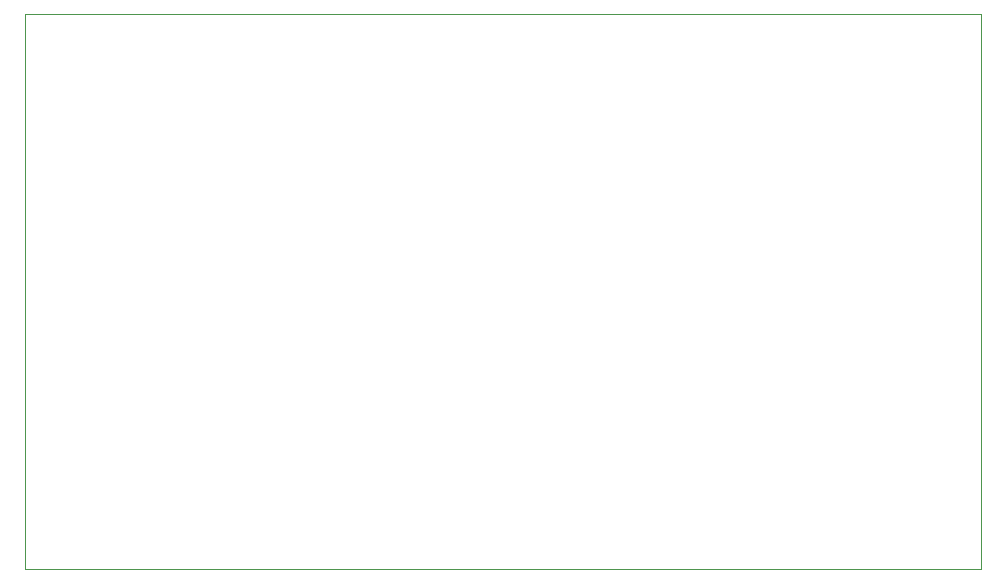
<source format=gm1>
G04 #@! TF.GenerationSoftware,KiCad,Pcbnew,5.0.0-rc2-unknown-5c65881~65~ubuntu17.10.1*
G04 #@! TF.CreationDate,2018-06-23T17:31:34+02:00*
G04 #@! TF.ProjectId,breakout-board,627265616B6F75742D626F6172642E6B,rev?*
G04 #@! TF.SameCoordinates,Original*
G04 #@! TF.FileFunction,Profile,NP*
%FSLAX46Y46*%
G04 Gerber Fmt 4.6, Leading zero omitted, Abs format (unit mm)*
G04 Created by KiCad (PCBNEW 5.0.0-rc2-unknown-5c65881~65~ubuntu17.10.1) date Sat Jun 23 17:31:34 2018*
%MOMM*%
%LPD*%
G01*
G04 APERTURE LIST*
%ADD10C,0.100000*%
G04 APERTURE END LIST*
D10*
X134006172Y-170000000D02*
X53000000Y-170000000D01*
X134000000Y-123000000D02*
X134000000Y-170000000D01*
X53000000Y-123000000D02*
X134000000Y-123000000D01*
X53000000Y-170000000D02*
X53000000Y-123000000D01*
M02*

</source>
